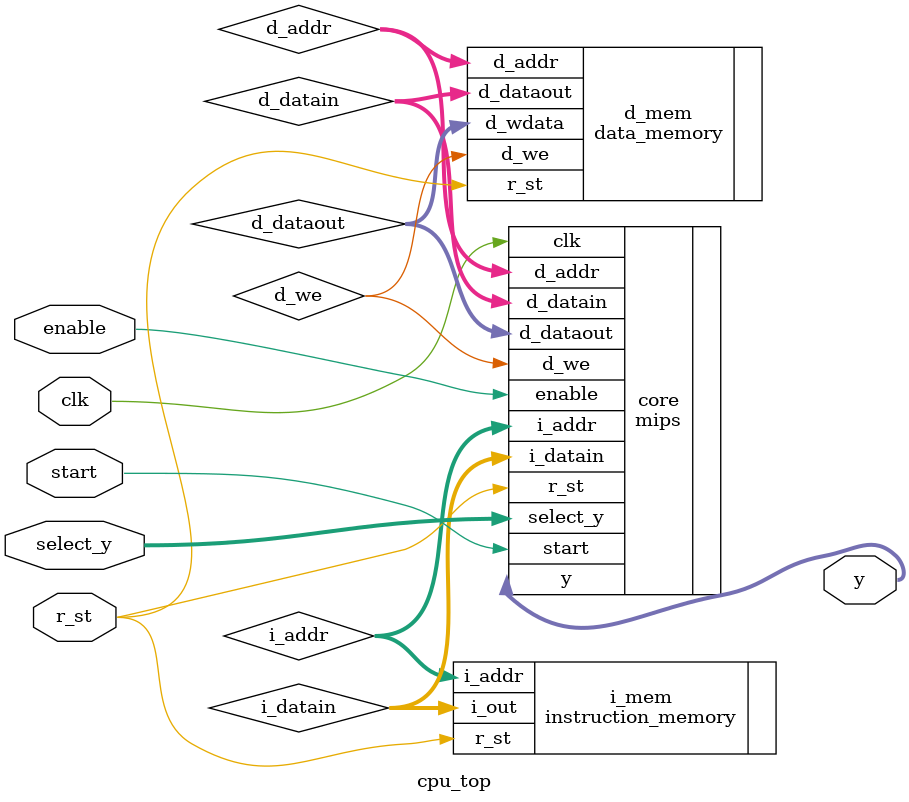
<source format=v>

/*==================================================
       Name: CPU-top.
	Function: conbimed with instruction-memory 
	          and data memeory, 
			 used to test the core module
                                    ---- mips.			 
====================================================*/

`timescale 1ns / 1ps

module cpu_top(
   input clk, r_st,        // clock and reset signal.
	input start, enable,    // use for CPU's state control.
   input[3:0] select_y,    // select_y and y no used tempoary.
	output[15:0] y
);

   wire [15:0] i_datain;   // the content of the instruction.
	wire [15:0] d_datain;   // the data read from the data memory.
	wire [15:0] i_addr;     // the address of the instruction.
	wire [15:0] d_addr;     // the address of the data(to store or to read).
	wire [15:0] d_dataout;  // the data to store.
	wire d_we;              // store enable for data memory.
	
//================= Core-Mips =====================
   mips core(
		.clk(clk), 
		.r_st(r_st), 
		.start(start), 
		.enable(enable), 
		.i_datain(i_datain), 
		.d_datain(d_datain), 
		.i_addr(i_addr), 
		.d_addr(d_addr), 
		.d_dataout(d_dataout), 
		.d_we(d_we),
		.select_y(select_y),
		.y(y)
	);	
//================================================= 
	
//================= Instruction Memory ============
 instruction_memory 
  i_mem(.r_st(r_st),
		  .i_addr(i_addr),
		  .i_out(i_datain)
		  );
//================================================= 

//================== Data Memory ==================
 data_memory 
 d_mem(.r_st(r_st),
       .d_addr(d_addr),
		 .d_we(d_we),
		 .d_wdata(d_dataout),
		 .d_dataout(d_datain)
		 );
//=================================================

endmodule

</source>
